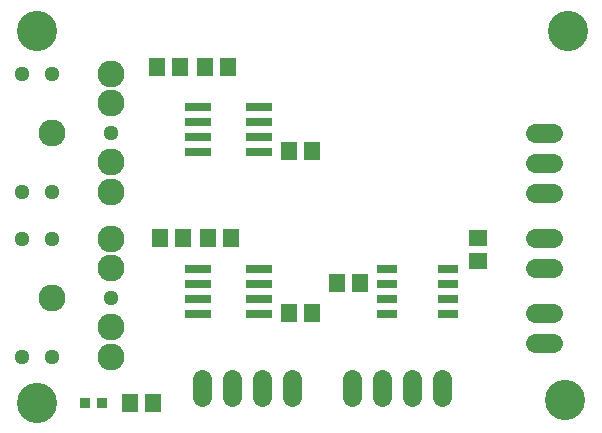
<source format=gts>
G75*
G70*
%OFA0B0*%
%FSLAX24Y24*%
%IPPOS*%
%LPD*%
%AMOC8*
5,1,8,0,0,1.08239X$1,22.5*
%
%ADD10C,0.0640*%
%ADD11R,0.0355X0.0355*%
%ADD12R,0.0552X0.0631*%
%ADD13C,0.1340*%
%ADD14C,0.0900*%
%ADD15C,0.0512*%
%ADD16R,0.0906X0.0276*%
%ADD17R,0.0670X0.0276*%
%ADD18R,0.0631X0.0552*%
D10*
X007699Y001811D02*
X007699Y002411D01*
X008699Y002411D02*
X008699Y001811D01*
X009699Y001811D02*
X009699Y002411D01*
X010699Y002411D02*
X010699Y001811D01*
X012699Y001811D02*
X012699Y002411D01*
X013699Y002411D02*
X013699Y001811D01*
X014699Y001811D02*
X014699Y002411D01*
X015699Y002411D02*
X015699Y001811D01*
X018799Y003611D02*
X019399Y003611D01*
X019399Y004611D02*
X018799Y004611D01*
X018799Y006111D02*
X019399Y006111D01*
X019399Y007111D02*
X018799Y007111D01*
X018799Y008611D02*
X019399Y008611D01*
X019399Y009611D02*
X018799Y009611D01*
X018799Y010611D02*
X019399Y010611D01*
D11*
X004394Y001611D03*
X003804Y001611D03*
D12*
X005325Y001611D03*
X006073Y001611D03*
X010625Y004611D03*
X011373Y004611D03*
X012225Y005611D03*
X012973Y005611D03*
X008673Y007111D03*
X007925Y007111D03*
X007073Y007111D03*
X006325Y007111D03*
X010625Y010011D03*
X011373Y010011D03*
X008573Y012811D03*
X007825Y012811D03*
X006973Y012811D03*
X006225Y012811D03*
D13*
X002199Y001611D03*
X002199Y014011D03*
X019799Y001711D03*
X019899Y014011D03*
D14*
X004668Y012579D03*
X004668Y011595D03*
X002699Y010611D03*
X004668Y009626D03*
X004668Y008642D03*
X004668Y007079D03*
X004668Y006095D03*
X002699Y005111D03*
X004668Y004126D03*
X004668Y003142D03*
D15*
X002699Y003142D03*
X001715Y003142D03*
X004668Y005111D03*
X002699Y007079D03*
X001715Y007079D03*
X001715Y008642D03*
X002699Y008642D03*
X004668Y010611D03*
X002699Y012579D03*
X001715Y012579D03*
D16*
X007575Y011461D03*
X007575Y010961D03*
X007575Y010461D03*
X007575Y009961D03*
X009623Y009961D03*
X009623Y010461D03*
X009623Y010961D03*
X009623Y011461D03*
X009623Y006061D03*
X009623Y005561D03*
X009623Y005061D03*
X009623Y004561D03*
X007575Y004561D03*
X007575Y005061D03*
X007575Y005561D03*
X007575Y006061D03*
D17*
X013875Y006061D03*
X013875Y005561D03*
X013875Y005061D03*
X013875Y004561D03*
X015923Y004561D03*
X015923Y005061D03*
X015923Y005561D03*
X015923Y006061D03*
D18*
X016899Y006337D03*
X016899Y007085D03*
M02*

</source>
